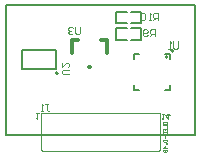
<source format=gbo>
%FSLAX25Y25*%
%MOIN*%
G70*
G01*
G75*
G04 Layer_Color=32896*
%ADD10C,0.05118*%
%ADD11R,0.05906X0.02165*%
%ADD12R,0.02165X0.02559*%
%ADD13R,0.02559X0.02165*%
%ADD14R,0.02362X0.02756*%
%ADD15R,0.02756X0.02362*%
%ADD16C,0.00787*%
%ADD17C,0.01181*%
%ADD18C,0.01969*%
%ADD19R,0.00197X0.00630*%
%ADD20R,0.78740X0.00315*%
%ADD21C,0.05906*%
%ADD22O,0.03500X0.05000*%
%ADD23C,0.01969*%
%ADD24R,0.01378X0.11811*%
%ADD25R,0.03600X0.03600*%
%ADD26R,0.03600X0.05000*%
%ADD27R,0.01575X0.03937*%
%ADD28R,0.05118X0.05118*%
%ADD29R,0.00787X0.02362*%
%ADD30R,0.00787X0.03150*%
%ADD31R,0.02362X0.00787*%
%ADD32R,0.03150X0.00787*%
%ADD33C,0.00500*%
%ADD34C,0.00591*%
%ADD35C,0.00394*%
%ADD36C,0.05918*%
%ADD37R,0.06706X0.02965*%
%ADD38R,0.02965X0.03359*%
%ADD39R,0.03359X0.02965*%
%ADD40R,0.03162X0.03556*%
%ADD41R,0.03556X0.03162*%
%ADD42C,0.06706*%
%ADD43O,0.04300X0.05800*%
%ADD44R,0.02178X0.12611*%
%ADD45R,0.04400X0.04400*%
%ADD46R,0.04400X0.05800*%
%ADD47R,0.02375X0.04737*%
%ADD48R,0.05918X0.05918*%
%ADD49R,0.01587X0.03162*%
%ADD50R,0.01587X0.03950*%
%ADD51R,0.03162X0.01587*%
%ADD52R,0.03950X0.01587*%
%ADD53C,0.00600*%
%ADD54C,0.01200*%
%ADD55C,0.00709*%
%ADD56C,0.00236*%
D16*
X25347Y26590D02*
G03*
X25347Y26590I-394J0D01*
G01*
X63785Y34048D02*
G03*
X63785Y34048I-394J0D01*
G01*
D34*
X7883Y49409D02*
X70875D01*
X7883Y6102D02*
Y49409D01*
Y6102D02*
X70875D01*
Y49409D01*
X62525Y21135D02*
Y22788D01*
X60872Y21135D02*
X62525D01*
X50714D02*
Y22788D01*
Y21135D02*
X52368D01*
X50714Y31292D02*
Y32945D01*
X52368D01*
X60872D02*
X62525D01*
Y31253D02*
Y32945D01*
X49747Y41568D02*
X53094D01*
Y37631D02*
Y41568D01*
X49747Y37631D02*
X53094D01*
X44826Y41568D02*
X48173D01*
X44826Y37631D02*
Y41568D01*
Y37631D02*
X48173D01*
X44816Y43211D02*
X48163D01*
X44816D02*
Y47148D01*
X48163D01*
X49737Y43211D02*
X53084D01*
Y47148D01*
X49737D02*
X53084D01*
D35*
X58907Y748D02*
X59418Y1260D01*
Y13284D01*
X19536D02*
X59418D01*
X19536Y1260D02*
Y13284D01*
X20048Y748D02*
X58907D01*
X19536Y1260D02*
X20048Y748D01*
X58661Y44291D02*
Y46653D01*
X57481D01*
X57087Y46259D01*
Y45472D01*
X57481Y45079D01*
X58661D01*
X57874D02*
X57087Y44291D01*
X56300D02*
X55513D01*
X55906D01*
Y46653D01*
X56300Y46259D01*
X54332D02*
X53939Y46653D01*
X53151D01*
X52758Y46259D01*
Y44685D01*
X53151Y44291D01*
X53939D01*
X54332Y44685D01*
Y46259D01*
X57559Y38858D02*
Y41220D01*
X56378D01*
X55985Y40826D01*
Y40039D01*
X56378Y39645D01*
X57559D01*
X56772D02*
X55985Y38858D01*
X55198Y39252D02*
X54804Y38858D01*
X54017D01*
X53623Y39252D01*
Y40826D01*
X54017Y41220D01*
X54804D01*
X55198Y40826D01*
Y40433D01*
X54804Y40039D01*
X53623D01*
X32707Y41939D02*
Y39971D01*
X32313Y39577D01*
X31526D01*
X31133Y39971D01*
Y41939D01*
X30346Y41545D02*
X29952Y41939D01*
X29165D01*
X28771Y41545D01*
Y41152D01*
X29165Y40758D01*
X29558D01*
X29165D01*
X28771Y40365D01*
Y39971D01*
X29165Y39577D01*
X29952D01*
X30346Y39971D01*
X28907Y26210D02*
X26939D01*
X26545Y26604D01*
Y27391D01*
X26939Y27785D01*
X28907D01*
X26545Y30146D02*
Y28572D01*
X28120Y30146D01*
X28513D01*
X28907Y29753D01*
Y28965D01*
X28513Y28572D01*
X21120Y16409D02*
X21907D01*
X21513D01*
Y14441D01*
X21907Y14047D01*
X22300D01*
X22694Y14441D01*
X20333Y14047D02*
X19545D01*
X19939D01*
Y16409D01*
X20333Y16015D01*
X65276Y37165D02*
Y35197D01*
X64882Y34803D01*
X64095D01*
X63701Y35197D01*
Y37165D01*
X62914Y34803D02*
X62127D01*
X62521D01*
Y37165D01*
X62914Y36771D01*
D53*
X61896Y31922D02*
G03*
X61896Y31922I-394J0D01*
G01*
D54*
X30018Y33287D02*
Y37787D01*
X41518Y33287D02*
Y37787D01*
X30018D02*
X32018D01*
X35518Y28787D02*
X36018D01*
X39518Y37787D02*
X41518D01*
D55*
X24769Y27940D02*
Y34240D01*
X13351Y27940D02*
X24769D01*
X13351Y34240D02*
X24769D01*
X13351Y27940D02*
Y34240D01*
D56*
X59918Y11541D02*
X60106Y11447D01*
X60387Y11166D01*
Y13134D01*
X60293Y11259D02*
Y13134D01*
X59918D02*
X60762D01*
X62036Y11353D02*
Y13134D01*
X62599Y12572D02*
X61099D01*
X62130Y11166D01*
Y13134D01*
X61755D02*
X62411D01*
X18001Y11753D02*
X18189Y11660D01*
X18470Y11378D01*
Y13347D01*
X18376Y11472D02*
Y13347D01*
X18001D02*
X18845D01*
X60383Y9799D02*
Y10193D01*
X60580Y10390D01*
X61367D01*
X61564Y10193D01*
Y9799D01*
X61367Y9603D01*
X60580D01*
X60383Y9799D01*
Y9209D02*
X61564D01*
Y8422D01*
X60383Y7241D02*
Y8028D01*
X61564D01*
Y7241D01*
X60974Y8028D02*
Y7635D01*
X60383Y6848D02*
X61564D01*
Y6257D01*
X61367Y6061D01*
X60580D01*
X60383Y6257D01*
Y6848D01*
X60974Y5667D02*
Y4880D01*
X60580Y4486D02*
X60383Y4289D01*
Y3896D01*
X60580Y3699D01*
X61367D01*
X61564Y3896D01*
Y4289D01*
X61367Y4486D01*
X60580D01*
X61564Y3305D02*
X61367D01*
Y3109D01*
X61564D01*
Y3305D01*
Y1731D02*
X60383D01*
X60974Y2321D01*
Y1534D01*
X61367Y1141D02*
X61564Y944D01*
Y550D01*
X61367Y354D01*
X60580D01*
X60383Y550D01*
Y944D01*
X60580Y1141D01*
X60777D01*
X60974Y944D01*
Y354D01*
M02*

</source>
